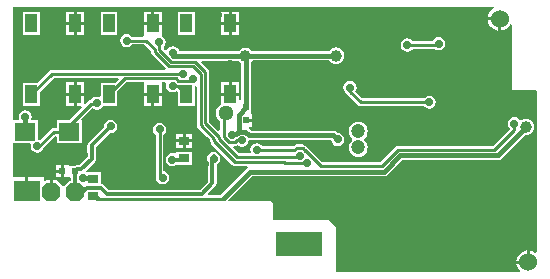
<source format=gbl>
%FSLAX25Y25*%
%MOIN*%
G70*
G01*
G75*
G04 Layer_Physical_Order=2*
G04 Layer_Color=16711680*
%ADD10R,0.02362X0.01969*%
%ADD11R,0.04331X0.01575*%
%ADD12R,0.01969X0.02362*%
%ADD13R,0.02953X0.07087*%
%ADD14R,0.03543X0.03543*%
%ADD15R,0.05118X0.02362*%
%ADD16R,0.07480X0.10236*%
%ADD17R,0.03150X0.03543*%
%ADD18R,0.03543X0.03150*%
%ADD19R,0.05118X0.02756*%
%ADD20R,0.12992X0.05512*%
%ADD21R,0.19685X0.04724*%
%ADD22R,0.05315X0.04724*%
%ADD23O,0.03543X0.00787*%
%ADD24O,0.00787X0.03543*%
%ADD25R,0.08071X0.08071*%
%ADD26R,0.02756X0.03543*%
%ADD27R,0.02362X0.04528*%
%ADD28R,0.06693X0.04331*%
%ADD29R,0.00984X0.04331*%
%ADD30R,0.03150X0.06693*%
%ADD31R,0.04724X0.02362*%
%ADD32R,0.02559X0.04331*%
%ADD33R,0.22441X0.22441*%
%ADD34O,0.03543X0.00984*%
%ADD35O,0.00984X0.03543*%
%ADD36R,0.04331X0.06693*%
%ADD37R,0.03543X0.02756*%
%ADD38R,0.03937X0.14961*%
%ADD39R,0.05433X0.01772*%
%ADD40R,0.08268X0.05807*%
%ADD41R,0.07874X0.05807*%
%ADD42R,0.07480X0.04626*%
%ADD43R,0.07480X0.09350*%
%ADD44C,0.01575*%
%ADD45C,0.00984*%
%ADD46C,0.01181*%
%ADD47C,0.01969*%
%ADD48R,0.07480X0.06890*%
%ADD49R,0.13780X0.06496*%
%ADD50C,0.06000*%
G04:AMPARAMS|DCode=51|XSize=59.06mil|YSize=59.06mil|CornerRadius=0mil|HoleSize=0mil|Usage=FLASHONLY|Rotation=90.000|XOffset=0mil|YOffset=0mil|HoleType=Round|Shape=Octagon|*
%AMOCTAGOND51*
4,1,8,0.01476,0.02953,-0.01476,0.02953,-0.02953,0.01476,-0.02953,-0.01476,-0.01476,-0.02953,0.01476,-0.02953,0.02953,-0.01476,0.02953,0.01476,0.01476,0.02953,0.0*
%
%ADD51OCTAGOND51*%

%ADD52C,0.04724*%
%ADD53R,0.09055X0.07087*%
%ADD54C,0.05118*%
%ADD55R,0.15748X0.07874*%
%ADD56C,0.02756*%
%ADD57C,0.03937*%
%ADD58C,0.01969*%
%ADD59R,0.06890X0.05906*%
%ADD60R,0.03937X0.05906*%
G36*
X161370Y-1386D02*
X161270Y-1427D01*
X160435Y-2068D01*
X159793Y-2904D01*
X159390Y-3877D01*
X159319Y-4421D01*
X163287D01*
Y-4921D01*
X163787D01*
Y-8890D01*
X164332Y-8818D01*
X165305Y-8415D01*
X166140Y-7774D01*
X166781Y-6938D01*
X166823Y-6838D01*
X167323Y-6938D01*
Y-28543D01*
X175434D01*
X175787Y-28897D01*
X175700Y-82649D01*
X175200Y-82895D01*
X174852Y-82628D01*
X173879Y-82225D01*
X173335Y-82153D01*
Y-86122D01*
X172835D01*
Y-86622D01*
X168866D01*
X168938Y-87166D01*
X169341Y-88139D01*
X169977Y-88968D01*
X169953Y-89158D01*
X169847Y-89468D01*
X108661D01*
Y-74311D01*
X106398Y-72047D01*
X87992D01*
X87697Y-71752D01*
Y-66535D01*
X87106Y-65847D01*
X73065D01*
X72874Y-65385D01*
X80747Y-57511D01*
X124692D01*
X124692Y-57511D01*
X125204Y-57409D01*
X125306Y-57389D01*
X125827Y-57041D01*
X130770Y-52098D01*
X162598D01*
X162598Y-52098D01*
X163111Y-51996D01*
X163213Y-51976D01*
X163734Y-51627D01*
X171598Y-43764D01*
X172047Y-43823D01*
X172767Y-43728D01*
X173437Y-43451D01*
X174013Y-43009D01*
X174454Y-42433D01*
X174732Y-41763D01*
X174827Y-41043D01*
X174732Y-40324D01*
X174454Y-39654D01*
X174013Y-39078D01*
X173437Y-38636D01*
X172767Y-38358D01*
X172047Y-38264D01*
X171328Y-38358D01*
X170657Y-38636D01*
X170509Y-38750D01*
X170015Y-38669D01*
X169770Y-38301D01*
X169053Y-37822D01*
X168209Y-37654D01*
X167364Y-37822D01*
X166648Y-38301D01*
X166169Y-39017D01*
X166001Y-39862D01*
X166169Y-40707D01*
X166648Y-41423D01*
X166667Y-41625D01*
X160975Y-47317D01*
X129331D01*
X128914Y-47400D01*
X128832Y-47417D01*
X128408Y-47700D01*
X123377Y-52731D01*
X104119D01*
X99270Y-47883D01*
X98980Y-47689D01*
X98501Y-47210D01*
X98078Y-46927D01*
X97996Y-46911D01*
X97579Y-46828D01*
X95541D01*
X95207Y-46894D01*
X95041Y-46927D01*
X94618Y-47210D01*
X94449Y-47379D01*
X84069D01*
X83897Y-47122D01*
X83181Y-46644D01*
X82336Y-46476D01*
X81491Y-46644D01*
X80775Y-47122D01*
X80296Y-47839D01*
X80128Y-48684D01*
X80259Y-49340D01*
X79949Y-49840D01*
X76294D01*
X74384Y-47930D01*
X74576Y-47468D01*
X75039D01*
X75455Y-47385D01*
X75538Y-47369D01*
X75961Y-47086D01*
X75986Y-47061D01*
X76525Y-47421D01*
X77370Y-47589D01*
X78215Y-47421D01*
X78931Y-46943D01*
X79409Y-46227D01*
X79556Y-45491D01*
X79685Y-45405D01*
X79685Y-45405D01*
X107089D01*
X107212Y-46022D01*
X107691Y-46738D01*
X108407Y-47217D01*
X109252Y-47385D01*
X110097Y-47217D01*
X110813Y-46738D01*
X111292Y-46022D01*
X111460Y-45177D01*
X111292Y-44332D01*
X110813Y-43616D01*
X110097Y-43137D01*
X109331Y-42985D01*
X109009Y-42664D01*
X108489Y-42316D01*
X108387Y-42296D01*
X107874Y-42193D01*
X107874Y-42194D01*
X80350D01*
X79647Y-41490D01*
X79573Y-41441D01*
X79724Y-40941D01*
X80626D01*
Y-39260D01*
X78642D01*
Y-38260D01*
X80626D01*
Y-36579D01*
X80626D01*
X80413Y-36437D01*
Y-32500D01*
X80247D01*
Y-19587D01*
X80509Y-19387D01*
X80935Y-18831D01*
X106425D01*
X106701Y-19191D01*
X107277Y-19633D01*
X107947Y-19910D01*
X108667Y-20005D01*
X109386Y-19910D01*
X110057Y-19633D01*
X110632Y-19191D01*
X111074Y-18615D01*
X111352Y-17945D01*
X111446Y-17225D01*
X111352Y-16506D01*
X111074Y-15835D01*
X110632Y-15260D01*
X110057Y-14818D01*
X109386Y-14540D01*
X108667Y-14446D01*
X107947Y-14540D01*
X107277Y-14818D01*
X106701Y-15260D01*
X106425Y-15620D01*
X80635D01*
X80509Y-15456D01*
X79933Y-15014D01*
X79263Y-14736D01*
X78543Y-14642D01*
X77824Y-14736D01*
X77153Y-15014D01*
X76578Y-15456D01*
X76377Y-15717D01*
X56435D01*
X56370Y-15395D01*
X55892Y-14679D01*
X55176Y-14200D01*
X54331Y-14032D01*
X53486Y-14200D01*
X52770Y-14679D01*
X52378Y-15266D01*
X51817Y-15412D01*
X51356Y-14951D01*
X51367Y-14357D01*
X51845Y-13641D01*
X52013Y-12796D01*
X51845Y-11951D01*
X51367Y-11235D01*
X50897Y-10921D01*
X50706Y-10667D01*
X50583Y-10304D01*
X50557Y-10073D01*
Y-10065D01*
Y-9983D01*
X50557Y-9482D01*
Y-6996D01*
X44620D01*
Y-10401D01*
X44620Y-10449D01*
X44504Y-10901D01*
X40711D01*
X40539Y-10644D01*
X39823Y-10166D01*
X38978Y-9997D01*
X38133Y-10166D01*
X37417Y-10644D01*
X36939Y-11360D01*
X36770Y-12205D01*
X36939Y-13050D01*
X37417Y-13767D01*
X38133Y-14245D01*
X38978Y-14413D01*
X39823Y-14245D01*
X40539Y-13767D01*
X40711Y-13510D01*
X44834D01*
X46926Y-15602D01*
Y-15898D01*
X47009Y-16314D01*
X47025Y-16397D01*
X47308Y-16820D01*
X51912Y-21424D01*
X51705Y-21924D01*
X14075D01*
X13576Y-22023D01*
X13152Y-22306D01*
X9080Y-26378D01*
X4429D01*
Y-33858D01*
X9941D01*
Y-29207D01*
X14615Y-24533D01*
X36109D01*
X36300Y-24995D01*
X34917Y-26378D01*
X30266D01*
Y-30734D01*
X29766Y-31010D01*
X29037Y-30865D01*
X28192Y-31033D01*
X27476Y-31511D01*
X27108Y-32061D01*
X26969D01*
X26552Y-32144D01*
X26469Y-32161D01*
X26046Y-32444D01*
X25182Y-33307D01*
X24721Y-33116D01*
Y-30618D01*
X22252D01*
Y-34071D01*
X23765D01*
X23957Y-34533D01*
X19710Y-38780D01*
X15551D01*
Y-41215D01*
X14764D01*
X14347Y-41298D01*
X14265Y-41314D01*
X13841Y-41597D01*
X10020Y-45418D01*
X9999Y-45404D01*
X9252Y-45255D01*
Y-38780D01*
X7489D01*
X7190Y-38280D01*
X7326Y-37598D01*
X7158Y-36754D01*
X6679Y-36037D01*
X5963Y-35559D01*
X5118Y-35391D01*
X4273Y-35559D01*
X3557Y-36037D01*
X3078Y-36754D01*
X2910Y-37598D01*
X3046Y-38280D01*
X2747Y-38780D01*
X1083D01*
Y-1083D01*
X1280Y-886D01*
X161271D01*
X161370Y-1386D01*
D02*
G37*
G36*
X76578Y-19387D02*
X77036Y-19738D01*
Y-32063D01*
X76894Y-32176D01*
X76394Y-31935D01*
Y-30618D01*
X70457D01*
Y-33413D01*
X70261Y-33494D01*
X69562Y-34031D01*
X69026Y-34730D01*
X68688Y-35544D01*
X68573Y-36417D01*
X68688Y-37291D01*
X69026Y-38105D01*
X69562Y-38804D01*
X69955Y-39106D01*
Y-42065D01*
X69493Y-42256D01*
X66465Y-39228D01*
Y-22544D01*
X66382Y-22128D01*
X66366Y-22045D01*
X66083Y-21622D01*
X63852Y-19390D01*
X64043Y-18928D01*
X76226D01*
X76578Y-19387D01*
D02*
G37*
G36*
X52155Y-26608D02*
X52025Y-27264D01*
X52193Y-28109D01*
X52671Y-28825D01*
X53387Y-29304D01*
X54232Y-29472D01*
X55077Y-29304D01*
X55749Y-28854D01*
X56102Y-29207D01*
Y-33858D01*
X61614D01*
Y-27465D01*
X61781Y-27372D01*
X62281Y-27666D01*
Y-40421D01*
X62364Y-40837D01*
X62380Y-40920D01*
X62663Y-41343D01*
X66806Y-45486D01*
Y-45728D01*
X66888Y-46144D01*
X66905Y-46227D01*
X67188Y-46650D01*
X74179Y-53641D01*
X74602Y-53924D01*
X74685Y-53941D01*
X75101Y-54024D01*
X79164D01*
X79316Y-54524D01*
X78947Y-54770D01*
X78947Y-54770D01*
X70088Y-63628D01*
X70004Y-63754D01*
X66248D01*
X66057Y-63292D01*
X68513Y-60836D01*
X68818Y-60380D01*
X68925Y-59842D01*
Y-53508D01*
X69478Y-53139D01*
X69956Y-52422D01*
X70125Y-51577D01*
X69956Y-50732D01*
X69478Y-50016D01*
X68762Y-49538D01*
X68644Y-49514D01*
X68454Y-49388D01*
X67917Y-49281D01*
X67379Y-49388D01*
X67190Y-49514D01*
X67072Y-49538D01*
X66356Y-50016D01*
X65877Y-50732D01*
X65709Y-51577D01*
X65877Y-52422D01*
X66115Y-52778D01*
Y-59261D01*
X63394Y-61981D01*
X33062D01*
X31308Y-60227D01*
X30853Y-59922D01*
X30613Y-59875D01*
X30413Y-59835D01*
Y-56102D01*
X25457D01*
X25218Y-55634D01*
X28257Y-52595D01*
X28562Y-52139D01*
X28669Y-51601D01*
Y-47731D01*
X33380Y-43020D01*
X33565Y-43056D01*
X34409Y-42888D01*
X35126Y-42410D01*
X35604Y-41693D01*
X35772Y-40848D01*
X35604Y-40004D01*
X35126Y-39287D01*
X34409Y-38809D01*
X33565Y-38641D01*
X32720Y-38809D01*
X32004Y-39287D01*
X31525Y-40004D01*
X31357Y-40848D01*
X31394Y-41033D01*
X26270Y-46156D01*
X25966Y-46612D01*
X25859Y-47149D01*
Y-51020D01*
X23103Y-53776D01*
X22260D01*
X21723Y-53883D01*
X21641Y-53937D01*
X20122D01*
X20034D01*
X19622Y-53724D01*
X19526D01*
X19352Y-53724D01*
X17941D01*
Y-55709D01*
Y-57693D01*
X19352D01*
X19526Y-57693D01*
X19622D01*
X19749Y-57628D01*
X20249Y-57932D01*
Y-59055D01*
X19783D01*
X18268Y-60570D01*
X17831Y-60720D01*
X17646Y-60536D01*
X15854Y-58744D01*
X14378D01*
Y-62697D01*
X13378D01*
Y-58744D01*
X11902D01*
X11698Y-58947D01*
X11236Y-58756D01*
Y-57760D01*
X6209D01*
Y-62303D01*
X5209D01*
Y-57760D01*
X1083D01*
Y-46260D01*
X6785D01*
X7082Y-46760D01*
X6946Y-47443D01*
X7114Y-48288D01*
X7593Y-49004D01*
X8309Y-49483D01*
X9154Y-49651D01*
X9999Y-49483D01*
X10715Y-49004D01*
X11194Y-48288D01*
X11281Y-47847D01*
X15051Y-44077D01*
X15551Y-44284D01*
Y-46260D01*
X24016D01*
Y-38780D01*
X24016Y-38780D01*
X24016D01*
X23835Y-38344D01*
X27509Y-34671D01*
X27531D01*
X28192Y-35112D01*
X29037Y-35280D01*
X29882Y-35112D01*
X30598Y-34634D01*
X31077Y-33917D01*
X31088Y-33858D01*
X35778D01*
Y-29207D01*
X38877Y-26108D01*
X44144D01*
X44620Y-26165D01*
X44620Y-26608D01*
Y-29618D01*
X50557D01*
Y-26608D01*
X50557Y-26165D01*
X51033Y-26108D01*
X51845D01*
X52155Y-26608D01*
D02*
G37*
%LPC*%
G36*
X47089Y-30618D02*
X44620D01*
Y-34071D01*
X47089D01*
Y-30618D01*
D02*
G37*
G36*
X113386Y-25647D02*
X112541Y-25815D01*
X111825Y-26293D01*
X111346Y-27009D01*
X111178Y-27854D01*
X111346Y-28699D01*
X111825Y-29416D01*
X112163Y-29641D01*
X112164Y-29649D01*
X112180Y-29732D01*
X112463Y-30155D01*
X116007Y-33698D01*
X116430Y-33981D01*
X116513Y-33997D01*
X116929Y-34080D01*
X138097D01*
X138268Y-34337D01*
X138984Y-34815D01*
X139829Y-34983D01*
X140674Y-34815D01*
X141390Y-34337D01*
X141869Y-33621D01*
X142037Y-32776D01*
X141869Y-31931D01*
X141390Y-31214D01*
X140674Y-30736D01*
X139829Y-30568D01*
X138984Y-30736D01*
X138268Y-31214D01*
X138097Y-31471D01*
X117470D01*
X115134Y-29136D01*
X115426Y-28699D01*
X115594Y-27854D01*
X115426Y-27009D01*
X114947Y-26293D01*
X114231Y-25815D01*
X113386Y-25647D01*
D02*
G37*
G36*
X21252Y-30618D02*
X18783D01*
Y-34071D01*
X21252D01*
Y-30618D01*
D02*
G37*
G36*
Y-26165D02*
X18783D01*
Y-29618D01*
X21252D01*
Y-26165D01*
D02*
G37*
G36*
X24721D02*
X22252D01*
Y-29618D01*
X24721D01*
Y-26165D01*
D02*
G37*
G36*
X50557Y-30618D02*
X48089D01*
Y-34071D01*
X50557D01*
Y-30618D01*
D02*
G37*
G36*
X60843Y-43193D02*
X58571D01*
Y-45071D01*
X60843D01*
Y-43193D01*
D02*
G37*
G36*
X16941Y-56209D02*
X15260D01*
Y-57693D01*
X16941D01*
Y-56209D01*
D02*
G37*
G36*
Y-53724D02*
X15260D01*
Y-55209D01*
X16941D01*
Y-53724D01*
D02*
G37*
G36*
X172335Y-82153D02*
X171790Y-82225D01*
X170817Y-82628D01*
X169982Y-83269D01*
X169341Y-84105D01*
X168938Y-85078D01*
X168866Y-85622D01*
X172335D01*
Y-82153D01*
D02*
G37*
G36*
X49893Y-39623D02*
X49049Y-39791D01*
X48332Y-40270D01*
X47854Y-40986D01*
X47686Y-41831D01*
X47854Y-42676D01*
X48332Y-43392D01*
X48589Y-43563D01*
Y-58063D01*
X48672Y-58479D01*
X48688Y-58562D01*
X48971Y-58985D01*
X49068Y-59050D01*
X49327Y-59438D01*
X50043Y-59917D01*
X50888Y-60085D01*
X51733Y-59917D01*
X52449Y-59438D01*
X52928Y-58722D01*
X53096Y-57877D01*
X52928Y-57032D01*
X52449Y-56316D01*
X51733Y-55837D01*
X51198Y-55731D01*
Y-43563D01*
X51455Y-43392D01*
X51933Y-42676D01*
X52101Y-41831D01*
X51933Y-40986D01*
X51455Y-40270D01*
X50738Y-39791D01*
X49893Y-39623D01*
D02*
G37*
G36*
X116142Y-39244D02*
X115320Y-39353D01*
X114553Y-39670D01*
X113895Y-40175D01*
X113391Y-40833D01*
X113073Y-41599D01*
X112965Y-42421D01*
X113073Y-43244D01*
X113391Y-44010D01*
X113895Y-44668D01*
X114170Y-44878D01*
Y-45378D01*
X113895Y-45588D01*
X113391Y-46246D01*
X113073Y-47012D01*
X112965Y-47835D01*
X113073Y-48657D01*
X113391Y-49423D01*
X113895Y-50081D01*
X114553Y-50586D01*
X115320Y-50903D01*
X116142Y-51011D01*
X116964Y-50903D01*
X117730Y-50586D01*
X118388Y-50081D01*
X118893Y-49423D01*
X119210Y-48657D01*
X119318Y-47835D01*
X119210Y-47012D01*
X118893Y-46246D01*
X118388Y-45588D01*
X118114Y-45378D01*
Y-44878D01*
X118388Y-44668D01*
X118893Y-44010D01*
X119210Y-43244D01*
X119318Y-42421D01*
X119210Y-41599D01*
X118893Y-40833D01*
X118388Y-40175D01*
X117730Y-39670D01*
X116964Y-39353D01*
X116142Y-39244D01*
D02*
G37*
G36*
X60843Y-46071D02*
X58571D01*
Y-47949D01*
X60843D01*
Y-46071D01*
D02*
G37*
G36*
X57571Y-43193D02*
X55299D01*
Y-45071D01*
X57571D01*
Y-43193D01*
D02*
G37*
G36*
X60630Y-49311D02*
X55512D01*
Y-49657D01*
X55071Y-49893D01*
X54981Y-49833D01*
X54137Y-49665D01*
X53292Y-49833D01*
X52575Y-50311D01*
X52097Y-51028D01*
X51929Y-51873D01*
X52097Y-52718D01*
X52575Y-53434D01*
X53292Y-53912D01*
X54137Y-54080D01*
X54981Y-53912D01*
X55089Y-53841D01*
X55512Y-53642D01*
Y-53642D01*
X55512Y-53642D01*
X60630D01*
Y-49311D01*
D02*
G37*
G36*
X57571Y-46071D02*
X55299D01*
Y-47949D01*
X57571D01*
Y-46071D01*
D02*
G37*
G36*
X21252Y-2543D02*
X18783D01*
Y-5996D01*
X21252D01*
Y-2543D01*
D02*
G37*
G36*
X24721D02*
X22252D01*
Y-5996D01*
X24721D01*
Y-2543D01*
D02*
G37*
G36*
X61614Y-2756D02*
X56102D01*
Y-10236D01*
X61614D01*
Y-2756D01*
D02*
G37*
G36*
X162787Y-5421D02*
X159319D01*
X159390Y-5965D01*
X159793Y-6938D01*
X160435Y-7774D01*
X161270Y-8415D01*
X162243Y-8818D01*
X162787Y-8890D01*
Y-5421D01*
D02*
G37*
G36*
X72925Y-2543D02*
X70457D01*
Y-5996D01*
X72925D01*
Y-2543D01*
D02*
G37*
G36*
X76394D02*
X73925D01*
Y-5996D01*
X76394D01*
Y-2543D01*
D02*
G37*
G36*
X47089D02*
X44620D01*
Y-5996D01*
X47089D01*
Y-2543D01*
D02*
G37*
G36*
X50557D02*
X48089D01*
Y-5996D01*
X50557D01*
Y-2543D01*
D02*
G37*
G36*
X35778Y-2756D02*
X30266D01*
Y-10236D01*
X35778D01*
Y-2756D01*
D02*
G37*
G36*
X142913Y-10981D02*
X142069Y-11149D01*
X141352Y-11628D01*
X140874Y-12344D01*
X140867Y-12376D01*
X134213D01*
X134041Y-12120D01*
X133325Y-11641D01*
X132480Y-11473D01*
X131635Y-11641D01*
X130919Y-12120D01*
X130441Y-12836D01*
X130272Y-13681D01*
X130441Y-14526D01*
X130919Y-15242D01*
X131635Y-15721D01*
X132480Y-15889D01*
X133325Y-15721D01*
X134041Y-15242D01*
X134213Y-14986D01*
X141705D01*
X142069Y-15229D01*
X142913Y-15397D01*
X143758Y-15229D01*
X144474Y-14750D01*
X144953Y-14034D01*
X145121Y-13189D01*
X144953Y-12344D01*
X144474Y-11628D01*
X143758Y-11149D01*
X142913Y-10981D01*
D02*
G37*
G36*
X21252Y-6996D02*
X18783D01*
Y-10449D01*
X21252D01*
Y-6996D01*
D02*
G37*
G36*
X72925Y-26165D02*
X70457D01*
Y-29618D01*
X72925D01*
Y-26165D01*
D02*
G37*
G36*
X76394D02*
X73925D01*
Y-29618D01*
X76394D01*
Y-26165D01*
D02*
G37*
G36*
Y-6996D02*
X73925D01*
Y-10449D01*
X76394D01*
Y-6996D01*
D02*
G37*
G36*
X9941Y-2756D02*
X4429D01*
Y-10236D01*
X9941D01*
Y-2756D01*
D02*
G37*
G36*
X24721Y-6996D02*
X22252D01*
Y-10449D01*
X24721D01*
Y-6996D01*
D02*
G37*
G36*
X72925D02*
X70457D01*
Y-10449D01*
X72925D01*
Y-6996D01*
D02*
G37*
%LPD*%
D10*
X17441Y-55709D02*
D03*
X21732D02*
D03*
D12*
X78642Y-34468D02*
D03*
Y-38760D02*
D03*
D18*
X27854Y-63976D02*
D03*
Y-58465D02*
D03*
D37*
X58071Y-51476D02*
D03*
Y-45571D02*
D03*
D44*
X76228Y-42626D02*
Y-36882D01*
X78642Y-34468D01*
Y-17520D01*
X78543Y-17421D02*
X78642Y-17520D01*
X75343Y-43512D02*
X76228Y-42626D01*
X74211Y-43512D02*
X75343D01*
X78511Y-42626D02*
X79685Y-43799D01*
X74019Y-43703D02*
X74211Y-43512D01*
X76228Y-42626D02*
X78511D01*
X79685Y-43799D02*
X107874D01*
X109252Y-45177D01*
X71224Y-64764D02*
X80082Y-55905D01*
X27854Y-63484D02*
X29134Y-64764D01*
X54331Y-17126D02*
Y-16240D01*
Y-17126D02*
X54528Y-17323D01*
X78445D01*
X78543Y-17421D01*
X78739Y-17225D02*
X108667D01*
X78543Y-17421D02*
X78739Y-17225D01*
X80082Y-55905D02*
X124692D01*
X130105Y-50492D01*
X24312Y-58172D02*
X27857D01*
X27956Y-58074D01*
X27854Y-57973D02*
X27956Y-58074D01*
X5118Y-40256D02*
X5217Y-40354D01*
X5118Y-40256D02*
Y-37598D01*
X72225Y-5296D02*
X73425Y-6496D01*
X162598Y-50492D02*
X172047Y-41043D01*
X130105Y-50492D02*
X162598D01*
D45*
X49893Y-58063D02*
Y-41831D01*
X50079Y-57877D02*
X50888D01*
X49893Y-58063D02*
X50079Y-57877D01*
X29429Y-65059D02*
X70929D01*
X71224Y-64764D01*
X29134D02*
X29429Y-65059D01*
X53101Y-20768D02*
X61157D01*
X53101D02*
X53101Y-20768D01*
X48231Y-15898D02*
X53101Y-20768D01*
X56855Y-20768D02*
X56855Y-20768D01*
X53101Y-20768D02*
X56855D01*
X48231Y-15898D02*
Y-15062D01*
X45375Y-12205D02*
X48231Y-15062D01*
X38978Y-12205D02*
X45375D01*
X26969Y-33366D02*
X28743D01*
X29037Y-33073D01*
X14075Y-23228D02*
X55904D01*
X7185Y-30118D02*
X14075Y-23228D01*
X55904D02*
X55904Y-23228D01*
X56203Y-19193D02*
X56203Y-19193D01*
X49806Y-15246D02*
Y-12796D01*
X53753Y-19193D02*
X56203D01*
X49806Y-15246D02*
X53753Y-19193D01*
X55904Y-23228D02*
X57874D01*
X55251Y-24803D02*
X56137Y-25689D01*
X38337Y-24803D02*
X55251D01*
X63586Y-40421D02*
X68110Y-44945D01*
X91831Y-53054D02*
X98832D01*
X68110Y-45728D02*
Y-44945D01*
Y-45728D02*
X75101Y-52719D01*
X91496D01*
X91831Y-53054D01*
X69685Y-45076D02*
Y-44293D01*
Y-45076D02*
X75754Y-51144D01*
X96009D01*
X96560Y-50593D01*
X82336Y-48684D02*
X94989D01*
X95541Y-48132D01*
X71260Y-44423D02*
X73000Y-46164D01*
X71260Y-44423D02*
Y-36516D01*
X75820Y-45382D02*
X77370D01*
X75039Y-46164D02*
X75820Y-45382D01*
X73000Y-46164D02*
X75039D01*
X65161Y-39768D02*
X69685Y-44293D01*
X61809Y-19193D02*
X65161Y-22544D01*
Y-39768D02*
Y-22544D01*
X63586Y-40421D02*
Y-23196D01*
X61157Y-20768D02*
X63586Y-23196D01*
X56004Y-27264D02*
X58858Y-30118D01*
X54232Y-27264D02*
X56004D01*
X33022Y-30118D02*
X38337Y-24803D01*
X56137Y-25689D02*
X60339D01*
X56203Y-19193D02*
X61809D01*
X60339Y-25689D02*
X61125Y-24903D01*
X98832Y-53054D02*
X98974Y-52911D01*
X98348Y-48805D02*
X103578Y-54035D01*
X97579Y-48132D02*
X98300Y-48853D01*
X95541Y-48132D02*
X97579D01*
X9154Y-47443D02*
X9840D01*
X14764Y-42520D01*
X19783D01*
X19980Y-40354D02*
X26969Y-33366D01*
X113386Y-29232D02*
Y-27854D01*
Y-29232D02*
X116929Y-32776D01*
X139829D01*
X123917Y-54035D02*
X129331Y-48622D01*
X103578Y-54035D02*
X123917D01*
X132480Y-13681D02*
X142421D01*
X142913Y-13189D01*
X161516Y-48622D02*
X168209Y-41929D01*
X129331Y-48622D02*
X161516D01*
X168209Y-41929D02*
Y-39862D01*
D46*
X63976Y-63386D02*
X67520Y-59842D01*
X32480Y-63386D02*
X63976D01*
X30315Y-61221D02*
X32480Y-63386D01*
X67520Y-59842D02*
Y-51577D01*
X21654Y-62795D02*
X24019D01*
X25593Y-61221D02*
X30315D01*
X24019Y-62795D02*
X25593Y-61221D01*
X21732Y-55709D02*
X22260Y-55181D01*
X21654Y-62795D02*
Y-55787D01*
X21732Y-55709D01*
X22260Y-55181D02*
X23685D01*
X27264Y-47149D02*
X33565Y-40848D01*
X23685Y-55181D02*
X27264Y-51601D01*
X67917Y-51577D02*
Y-50686D01*
X27264Y-51601D02*
Y-47149D01*
X57773Y-51873D02*
X57874Y-51772D01*
X54137Y-51873D02*
X57773D01*
X72835Y-30709D02*
X73425Y-30118D01*
D50*
X172835Y-86122D02*
D03*
X163287Y-4921D02*
D03*
D51*
X21654Y-62795D02*
D03*
X13878Y-62697D02*
D03*
D52*
X116142Y-42421D02*
D03*
Y-47835D02*
D03*
D53*
X5709Y-62303D02*
D03*
D54*
X71949Y-36417D02*
D03*
D55*
X96260Y-79921D02*
D03*
D56*
X50888Y-57877D02*
D03*
X42520Y-19783D02*
D03*
X42618Y-16043D02*
D03*
X29037Y-33073D02*
D03*
X33565Y-40848D02*
D03*
X14567Y-9350D02*
D03*
X54331Y-16240D02*
D03*
X49806Y-12796D02*
D03*
X51968Y-9252D02*
D03*
X109252Y-45177D02*
D03*
X74019Y-43703D02*
D03*
X67917Y-51577D02*
D03*
X67815Y-38583D02*
D03*
X54232Y-27264D02*
D03*
X57874Y-23228D02*
D03*
X61125Y-24903D02*
D03*
X52264Y-35138D02*
D03*
X77370Y-45382D02*
D03*
X73425Y-20177D02*
D03*
X64961Y-53445D02*
D03*
X165059Y-69488D02*
D03*
X141732Y-54331D02*
D03*
X161713Y-53937D02*
D03*
X165059Y-78839D02*
D03*
X82336Y-48684D02*
D03*
X5315Y-15748D02*
D03*
Y-22539D02*
D03*
X14665Y-30315D02*
D03*
X33366Y-45866D02*
D03*
X15256Y-47736D02*
D03*
X25492Y-42815D02*
D03*
X24312Y-58172D02*
D03*
X130118Y-29429D02*
D03*
X4429Y-50886D02*
D03*
X20079Y-50197D02*
D03*
X30512Y-50098D02*
D03*
X24705Y-50197D02*
D03*
X9154Y-47443D02*
D03*
X5118Y-37598D02*
D03*
X65256Y-45571D02*
D03*
X38978Y-12205D02*
D03*
X42421Y-28937D02*
D03*
X34843Y-17815D02*
D03*
X98974Y-52911D02*
D03*
X96560Y-50593D02*
D03*
X131004Y-17717D02*
D03*
X54137Y-51873D02*
D03*
X121063Y-46063D02*
D03*
X151279Y-27461D02*
D03*
X145669Y-27559D02*
D03*
X145768Y-33661D02*
D03*
X151378Y-33760D02*
D03*
X112598Y-11417D02*
D03*
X52067Y-2559D02*
D03*
X99606Y-7185D02*
D03*
X69390Y-3740D02*
D03*
X42323Y-32382D02*
D03*
X113386Y-27854D02*
D03*
X15157Y-2953D02*
D03*
X123228Y-49803D02*
D03*
X157677Y-31398D02*
D03*
X136319Y-87598D02*
D03*
X165059D02*
D03*
X173917Y-30118D02*
D03*
X144980Y-20866D02*
D03*
X146752Y-8268D02*
D03*
X42224Y-41043D02*
D03*
X117323Y-7677D02*
D03*
X139829Y-32776D02*
D03*
X138091Y-17520D02*
D03*
X157579Y-15551D02*
D03*
X26083Y-2657D02*
D03*
X125098Y-24213D02*
D03*
X38976Y-7874D02*
D03*
X49893Y-41831D02*
D03*
X43898Y-39272D02*
D03*
X9350Y-36909D02*
D03*
X57480Y-58760D02*
D03*
X41339Y-38583D02*
D03*
X132480Y-13681D02*
D03*
X142913Y-13189D02*
D03*
X168209Y-39862D02*
D03*
X85925Y-40059D02*
D03*
Y-35728D02*
D03*
Y-31398D02*
D03*
Y-27067D02*
D03*
Y-22736D02*
D03*
X90256Y-40059D02*
D03*
Y-35728D02*
D03*
Y-31398D02*
D03*
Y-27067D02*
D03*
Y-22736D02*
D03*
X94587Y-40059D02*
D03*
Y-35728D02*
D03*
Y-31398D02*
D03*
Y-27067D02*
D03*
Y-22736D02*
D03*
X98917Y-40059D02*
D03*
Y-35728D02*
D03*
Y-31398D02*
D03*
Y-27067D02*
D03*
Y-22736D02*
D03*
X103248Y-40059D02*
D03*
Y-35728D02*
D03*
Y-31398D02*
D03*
Y-27067D02*
D03*
Y-22736D02*
D03*
D57*
X108667Y-17225D02*
D03*
X172047Y-41043D02*
D03*
X78543Y-17421D02*
D03*
D58*
X41634Y-50197D02*
D03*
X45965D02*
D03*
X41634Y-54528D02*
D03*
X45965D02*
D03*
D59*
X19783Y-42520D02*
D03*
X5020D02*
D03*
D60*
X47589Y-6496D02*
D03*
Y-30118D02*
D03*
X33022D02*
D03*
Y-6496D02*
D03*
X73425D02*
D03*
Y-30118D02*
D03*
X58858D02*
D03*
Y-6496D02*
D03*
X21752D02*
D03*
Y-30118D02*
D03*
X7185D02*
D03*
Y-6496D02*
D03*
M02*

</source>
